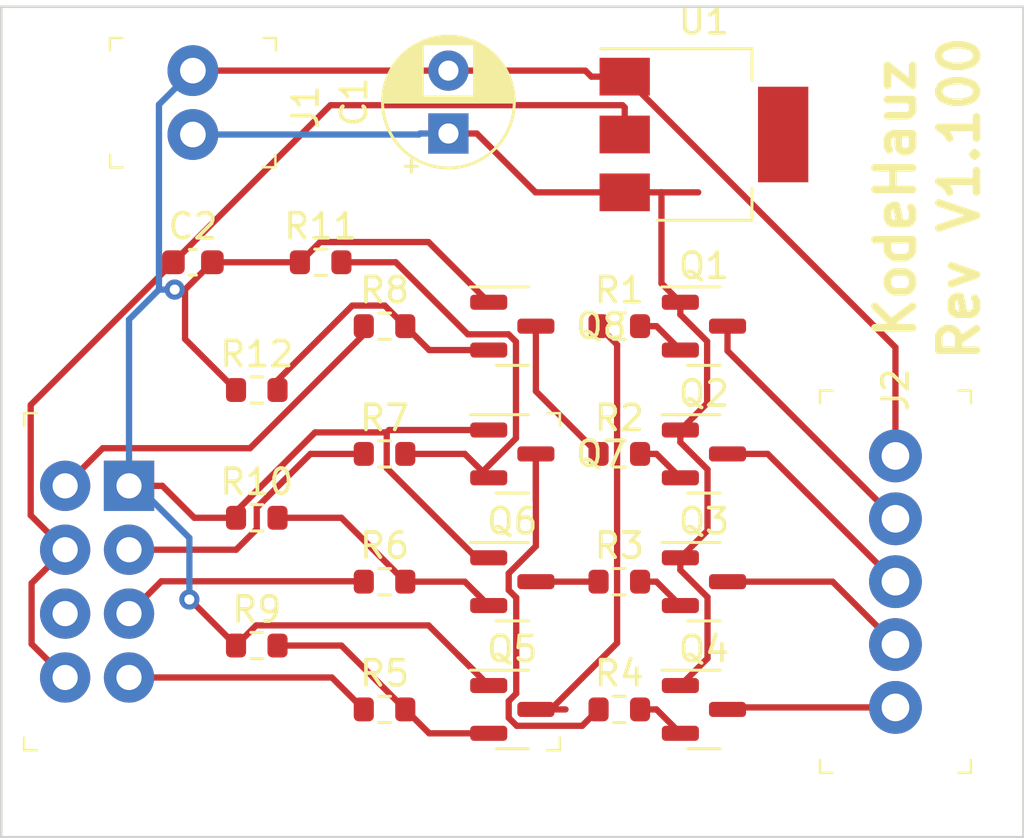
<source format=kicad_pcb>
(kicad_pcb (version 20211014) (generator pcbnew)
  (layers (0 "F.Cu" signal) (31 "B.Cu" signal) (34 "B.Paste" user) (35 "F.Paste" user) (36 "B.SilkS" user "B.Silkscreen") (37 "F.SilkS" user "F.Silkscreen") (38 "B.Mask" user) (39 "F.Mask" user) (44 "Edge.Cuts" user))
  (net 0 "")
  (net 1 "5v")
  (net 2 "GND")
  (net 3 "3.3v")
  (net 4 "OUT1")
  (net 5 "OUT2")
  (net 6 "OUT3")
  (net 7 "OUT4")
  (net 8 "RX")
  (net 10 "GPIO 0")
  (net 11 "GPIO 2")
  (net 12 "TX")
  (net 13 "Net-(Q1-Pad2)")
  (net 14 "Net-(Q2-Pad2)")
  (net 15 "Net-(Q3-Pad2)")
  (net 16 "Net-(Q4-Pad2)")
  (net 17 "Net-(Q5-Pad2)")
  (net 18 "IN1")
  (net 19 "Net-(Q6-Pad2)")
  (net 20 "IN3")
  (net 21 "Net-(Q7-Pad2)")
  (net 22 "IN4")
  (net 23 "Net-(Q8-Pad2)")
  (net 24 "IN2")
  (footprint "Package_TO_SOT_SMD:SOT-23" (layer "F.Cu") (at 177.8 93.98)
    (fp_text reference "Q2" (at 0 -2.4) (layer "F.SilkS"))
    (fp_text value "2N2907A" hide)
    (fp_line (start 0 1.56) (end 0.65 1.56) (layer "F.SilkS") (width 0.12))
    (fp_line (start 0 -1.56) (end 0.65 -1.56) (layer "F.SilkS") (width 0.12))
    (fp_line (start 0 -1.56) (end -1.675 -1.56) (layer "F.SilkS") (width 0.12))
    (fp_line (start 0 1.56) (end -0.65 1.56) (layer "F.SilkS") (width 0.12))
    (pad "1" smd roundrect (at -0.9375 -0.95) (size 1.475 0.6) (layers "F.Cu" "F.Paste" "F.Mask") (net 1 "5v"))
    (pad "2" smd roundrect (at -0.9375 0.95) (size 1.475 0.6) (layers "F.Cu" "F.Paste" "F.Mask") (net 14 "Net-(Q2-Pad2)"))
    (pad "3" smd roundrect (at 0.9375 0) (size 1.475 0.6) (layers "F.Cu" "F.Paste" "F.Mask") (net 5 "OUT2"))
  )
  (footprint "digikey-footprints:Wifi_Module_ESP8266_WRL-13678" (layer "F.Cu") (at 154.94 95.25 -90)
    (fp_text reference "MOD1" hide)
    (fp_text value "WRL-13678")
    (fp_line (start -2.89 -17.13) (end -2.89 -16.63) (layer "F.SilkS") (width 0.1))
    (fp_line (start -2.89 -17.13) (end -2.39 -17.13) (layer "F.SilkS") (width 0.1))
    (fp_line (start -2.89 4.17) (end -2.39 4.17) (layer "F.SilkS") (width 0.1))
    (fp_line (start 10.51 -17.13) (end 10.01 -17.13) (layer "F.SilkS") (width 0.1))
    (fp_line (start 10.51 4.17) (end 10.51 3.67) (layer "F.SilkS") (width 0.1))
    (fp_line (start 10.51 -17.13) (end 10.51 -16.63) (layer "F.SilkS") (width 0.1))
    (fp_line (start 10.51 4.17) (end 10.01 4.17) (layer "F.SilkS") (width 0.1))
    (fp_line (start -2.89 4.17) (end -2.89 3.67) (layer "F.SilkS") (width 0.1))
    (pad "1" thru_hole rect (at 0 0 90) (size 2 2) (drill 1) (layers *.Cu *.Mask) (net 2 "GND"))
    (pad "2" thru_hole circle (at 0 2.54 90) (size 2 2) (drill 1) (layers *.Cu *.Mask) (net 12 "TX"))
    (pad "3" thru_hole circle (at 2.54 0 90) (size 2 2) (drill 1) (layers *.Cu *.Mask) (net 11 "GPIO 2"))
    (pad "4" thru_hole circle (at 2.54 2.54 90) (size 2 2) (drill 1) (layers *.Cu *.Mask) (net 3 "3.3v"))
    (pad "5" thru_hole circle (at 5.08 0 90) (size 2 2) (drill 1) (layers *.Cu *.Mask) (net 10 "GPIO 0"))
    (pad "6" thru_hole circle (at 5.08 2.54 90) (size 2 2) (drill 1) (layers *.Cu *.Mask))
    (pad "7" thru_hole circle (at 7.62 0 90) (size 2 2) (drill 1) (layers *.Cu *.Mask) (net 8 "RX"))
    (pad "8" thru_hole circle (at 7.62 2.54 90) (size 2 2) (drill 1) (layers *.Cu *.Mask) (net 3 "3.3v"))
  )
  (footprint "Package_TO_SOT_SMD:SOT-23" (layer "F.Cu") (at 177.8 104.14)
    (fp_text reference "Q4" (at 0 -2.4) (layer "F.SilkS"))
    (fp_text value "2N2907A")
    (fp_line (start 0 -1.56) (end 0.65 -1.56) (layer "F.SilkS") (width 0.12))
    (fp_line (start 0 1.56) (end 0.65 1.56) (layer "F.SilkS") (width 0.12))
    (fp_line (start 0 -1.56) (end -1.675 -1.56) (layer "F.SilkS") (width 0.12))
    (fp_line (start 0 1.56) (end -0.65 1.56) (layer "F.SilkS") (width 0.12))
    (pad "1" smd roundrect (at -0.9375 -0.95) (size 1.475 0.6) (layers "F.Cu" "F.Paste" "F.Mask") (net 1 "5v"))
    (pad "2" smd roundrect (at -0.9375 0.95) (size 1.475 0.6) (layers "F.Cu" "F.Paste" "F.Mask") (net 16 "Net-(Q4-Pad2)"))
    (pad "3" smd roundrect (at 0.9375 0) (size 1.475 0.6) (layers "F.Cu" "F.Paste" "F.Mask") (net 7 "OUT4"))
  )
  (footprint "Package_TO_SOT_SMD:SOT-223" (layer "F.Cu") (at 177.8 81.28)
    (fp_text reference "U1" (at 0 -4.5) (layer "F.SilkS"))
    (fp_text value "AMS1117")
    (fp_line (start -4.1 -3.41) (end 1.91 -3.41) (layer "F.SilkS") (width 0.12))
    (fp_line (start 1.91 -3.41) (end 1.91 -2.15) (layer "F.SilkS") (width 0.12))
    (fp_line (start 1.91 3.41) (end 1.91 2.15) (layer "F.SilkS") (width 0.12))
    (fp_line (start -1.85 3.41) (end 1.91 3.41) (layer "F.SilkS") (width 0.12))
    (pad "1" smd rect (at -3.15 -2.3) (size 2 1.5) (layers "F.Cu" "F.Paste" "F.Mask") (net 2 "GND"))
    (pad "2" smd rect (at -3.15 0) (size 2 1.5) (layers "F.Cu" "F.Paste" "F.Mask") (net 3 "3.3v"))
    (pad "3" smd rect (at -3.15 2.3) (size 2 1.5) (layers "F.Cu" "F.Paste" "F.Mask") (net 1 "5v"))
    (pad "4" smd rect (at 3.15 0) (size 2 3.8) (layers "F.Cu" "F.Paste" "F.Mask"))
  )
  (footprint "digikey-footprints:PinHeader_1x2_P2.54mm_Drill1.02mm" (layer "F.Cu") (at 157.48 78.74 -90)
    (fp_text reference "J1" (at 1.45 -4.48 90) (layer "F.SilkS"))
    (fp_text value "22-23-2021" hide)
    (fp_line (start 3.85 3.29) (end 3.35 3.29) (layer "F.SilkS") (width 0.1))
    (fp_line (start -1.3 3.3) (end -1.3 2.8) (layer "F.SilkS") (width 0.1))
    (fp_line (start 3.84 -3.28) (end 3.84 -2.78) (layer "F.SilkS") (width 0.1))
    (fp_line (start -1.3 -3.3) (end -1.3 -2.8) (layer "F.SilkS") (width 0.1))
    (fp_line (start 3.84 -3.28) (end 3.34 -3.28) (layer "F.SilkS") (width 0.1))
    (fp_line (start -1.3 -3.3) (end -0.8 -3.3) (layer "F.SilkS") (width 0.1))
    (fp_line (start 3.85 3.29) (end 3.85 2.79) (layer "F.SilkS") (width 0.1))
    (fp_line (start -1.3 3.3) (end -0.8 3.3) (layer "F.SilkS") (width 0.1))
    (pad "1" thru_hole circle locked (at 0 0 270) (size 2.02 2.02) (drill 1.02) (layers *.Cu *.Mask) (net 2 "GND"))
    (pad "2" thru_hole circle locked (at 2.54 0 270) (size 2.02 2.02) (drill 1.02) (layers *.Cu *.Mask) (net 1 "5v"))
  )
  (footprint "Resistor_SMD:R_0603_1608Metric" (layer "F.Cu") (at 174.435 104.14)
    (fp_text reference "R4" (at 0 -1.43) (layer "F.SilkS"))
    (fp_text value "2k")
    (fp_line (start -0.237258 0.5225) (end 0.237258 0.5225) (layer "F.SilkS") (width 0.12))
    (fp_line (start -0.237258 -0.5225) (end 0.237258 -0.5225) (layer "F.SilkS") (width 0.12))
    (pad "1" smd roundrect (at -0.825 0) (size 0.8 0.95) (layers "F.Cu" "F.Paste" "F.Mask") (net 22 "IN4"))
    (pad "2" smd roundrect (at 0.825 0) (size 0.8 0.95) (layers "F.Cu" "F.Paste" "F.Mask") (net 16 "Net-(Q4-Pad2)"))
  )
  (footprint "Package_TO_SOT_SMD:SOT-23" (layer "F.Cu") (at 170.18 88.9)
    (fp_text reference "Q8" (at 3.54 0) (layer "F.SilkS"))
    (fp_text value "2N2222A" hide)
    (fp_line (start 0 1.56) (end -0.65 1.56) (layer "F.SilkS") (width 0.12))
    (fp_line (start 0 -1.56) (end -1.675 -1.56) (layer "F.SilkS") (width 0.12))
    (fp_line (start 0 1.56) (end 0.65 1.56) (layer "F.SilkS") (width 0.12))
    (fp_line (start 0 -1.56) (end 0.65 -1.56) (layer "F.SilkS") (width 0.12))
    (pad "1" smd roundrect (at -0.9375 -0.95) (size 1.475 0.6) (layers "F.Cu" "F.Paste" "F.Mask") (net 2 "GND"))
    (pad "2" smd roundrect (at -0.9375 0.95) (size 1.475 0.6) (layers "F.Cu" "F.Paste" "F.Mask") (net 23 "Net-(Q8-Pad2)"))
    (pad "3" smd roundrect (at 0.9375 0) (size 1.475 0.6) (layers "F.Cu" "F.Paste" "F.Mask") (net 24 "IN2"))
  )
  (footprint "Package_TO_SOT_SMD:SOT-23" (layer "F.Cu") (at 170.18 99.06)
    (fp_text reference "Q6" (at 0 -2.4) (layer "F.SilkS"))
    (fp_text value "2N2222A" hide)
    (fp_line (start 0 -1.56) (end 0.65 -1.56) (layer "F.SilkS") (width 0.12))
    (fp_line (start 0 1.56) (end -0.65 1.56) (layer "F.SilkS") (width 0.12))
    (fp_line (start 0 1.56) (end 0.65 1.56) (layer "F.SilkS") (width 0.12))
    (fp_line (start 0 -1.56) (end -1.675 -1.56) (layer "F.SilkS") (width 0.12))
    (pad "1" smd roundrect (at -0.9375 -0.95) (size 1.475 0.6) (layers "F.Cu" "F.Paste" "F.Mask") (net 2 "GND"))
    (pad "2" smd roundrect (at -0.9375 0.95) (size 1.475 0.6) (layers "F.Cu" "F.Paste" "F.Mask") (net 19 "Net-(Q6-Pad2)"))
    (pad "3" smd roundrect (at 0.9375 0) (size 1.475 0.6) (layers "F.Cu" "F.Paste" "F.Mask") (net 20 "IN3"))
  )
  (footprint "digikey-footprints:PinHeader_1x5_P2.5mm_Drill1.1mm" (layer "F.Cu") (at 185.415 94.06 -90)
    (fp_text reference "J2" (at -2.62 -0.005 90) (layer "F.SilkS"))
    (fp_text value "B5B-XH-A_LF__SN_")
    (fp_line (start 12.6 -3) (end 12.6 -2.5) (layer "F.SilkS") (width 0.1))
    (fp_line (start 12.6 3) (end 12.1 3) (layer "F.SilkS") (width 0.1))
    (fp_line (start -2.6 -3) (end -2.1 -3) (layer "F.SilkS") (width 0.1))
    (fp_line (start 12.6 -3) (end 12.1 -3) (layer "F.SilkS") (width 0.1))
    (fp_line (start -2.6 3) (end -2.6 2.5) (layer "F.SilkS") (width 0.1))
    (fp_line (start -2.6 3) (end -2.1 3) (layer "F.SilkS") (width 0.1))
    (fp_line (start 12.6 3) (end 12.6 2.5) (layer "F.SilkS") (width 0.1))
    (fp_line (start -2.6 -3) (end -2.6 -2.5) (layer "F.SilkS") (width 0.1))
    (pad "1" thru_hole circle locked (at 0 0 270) (size 2.1 2.1) (drill 1.1) (layers *.Cu *.Mask) (net 2 "GND"))
    (pad "2" thru_hole circle locked (at 2.5 0 270) (size 2.1 2.1) (drill 1.1) (layers *.Cu *.Mask) (net 4 "OUT1"))
    (pad "3" thru_hole circle locked (at 5 0 270) (size 2.1 2.1) (drill 1.1) (layers *.Cu *.Mask) (net 5 "OUT2"))
    (pad "4" thru_hole circle locked (at 7.5 0 270) (size 2.1 2.1) (drill 1.1) (layers *.Cu *.Mask) (net 6 "OUT3"))
    (pad "5" thru_hole circle locked (at 10 0 270) (size 2.1 2.1) (drill 1.1) (layers *.Cu *.Mask) (net 7 "OUT4"))
  )
  (footprint "Package_TO_SOT_SMD:SOT-23" (layer "F.Cu") (at 177.8 99.06)
    (fp_text reference "Q3" (at 0 -2.4) (layer "F.SilkS"))
    (fp_text value "2N2907A" hide)
    (fp_line (start 0 1.56) (end 0.65 1.56) (layer "F.SilkS") (width 0.12))
    (fp_line (start 0 -1.56) (end -1.675 -1.56) (layer "F.SilkS") (width 0.12))
    (fp_line (start 0 -1.56) (end 0.65 -1.56) (layer "F.SilkS") (width 0.12))
    (fp_line (start 0 1.56) (end -0.65 1.56) (layer "F.SilkS") (width 0.12))
    (pad "1" smd roundrect (at -0.9375 -0.95) (size 1.475 0.6) (layers "F.Cu" "F.Paste" "F.Mask") (net 1 "5v"))
    (pad "2" smd roundrect (at -0.9375 0.95) (size 1.475 0.6) (layers "F.Cu" "F.Paste" "F.Mask") (net 15 "Net-(Q3-Pad2)"))
    (pad "3" smd roundrect (at 0.9375 0) (size 1.475 0.6) (layers "F.Cu" "F.Paste" "F.Mask") (net 6 "OUT3"))
  )
  (footprint "Resistor_SMD:R_0603_1608Metric" (layer "F.Cu") (at 165.1 88.9)
    (fp_text reference "R8" (at 0 -1.43) (layer "F.SilkS"))
    (fp_text value "2k")
    (fp_line (start -0.237258 -0.5225) (end 0.237258 -0.5225) (layer "F.SilkS") (width 0.12))
    (fp_line (start -0.237258 0.5225) (end 0.237258 0.5225) (layer "F.SilkS") (width 0.12))
    (pad "1" smd roundrect (at -0.825 0) (size 0.8 0.95) (layers "F.Cu" "F.Paste" "F.Mask") (net 12 "TX"))
    (pad "2" smd roundrect (at 0.825 0) (size 0.8 0.95) (layers "F.Cu" "F.Paste" "F.Mask") (net 23 "Net-(Q8-Pad2)"))
  )
  (footprint "Package_TO_SOT_SMD:SOT-23" (layer "F.Cu") (at 170.18 104.14)
    (fp_text reference "Q5" (at 0 -2.4) (layer "F.SilkS"))
    (fp_text value "2N2222A")
    (fp_line (start 0 -1.56) (end -1.675 -1.56) (layer "F.SilkS") (width 0.12))
    (fp_line (start 0 1.56) (end -0.65 1.56) (layer "F.SilkS") (width 0.12))
    (fp_line (start 0 1.56) (end 0.65 1.56) (layer "F.SilkS") (width 0.12))
    (fp_line (start 0 -1.56) (end 0.65 -1.56) (layer "F.SilkS") (width 0.12))
    (pad "1" smd roundrect (at -0.9375 -0.95) (size 1.475 0.6) (layers "F.Cu" "F.Paste" "F.Mask") (net 2 "GND"))
    (pad "2" smd roundrect (at -0.9375 0.95) (size 1.475 0.6) (layers "F.Cu" "F.Paste" "F.Mask") (net 17 "Net-(Q5-Pad2)"))
    (pad "3" smd roundrect (at 0.9375 0) (size 1.475 0.6) (layers "F.Cu" "F.Paste" "F.Mask") (net 18 "IN1"))
  )
  (footprint "Resistor_SMD:R_0603_1608Metric" (layer "F.Cu") (at 165.1 99.06)
    (fp_text reference "R6" (at 0 -1.43) (layer "F.SilkS"))
    (fp_text value "2k")
    (fp_line (start -0.237258 0.5225) (end 0.237258 0.5225) (layer "F.SilkS") (width 0.12))
    (fp_line (start -0.237258 -0.5225) (end 0.237258 -0.5225) (layer "F.SilkS") (width 0.12))
    (pad "1" smd roundrect (at -0.825 0) (size 0.8 0.95) (layers "F.Cu" "F.Paste" "F.Mask") (net 10 "GPIO 0"))
    (pad "2" smd roundrect (at 0.825 0) (size 0.8 0.95) (layers "F.Cu" "F.Paste" "F.Mask") (net 19 "Net-(Q6-Pad2)"))
  )
  (footprint "Package_TO_SOT_SMD:SOT-23" (layer "F.Cu") (at 177.8 88.9)
    (fp_text reference "Q1" (at 0 -2.4) (layer "F.SilkS"))
    (fp_text value "2N2907A" hide)
    (fp_line (start 0 -1.56) (end 0.65 -1.56) (layer "F.SilkS") (width 0.12))
    (fp_line (start 0 1.56) (end -0.65 1.56) (layer "F.SilkS") (width 0.12))
    (fp_line (start 0 -1.56) (end -1.675 -1.56) (layer "F.SilkS") (width 0.12))
    (fp_line (start 0 1.56) (end 0.65 1.56) (layer "F.SilkS") (width 0.12))
    (pad "1" smd roundrect (at -0.9375 -0.95) (size 1.475 0.6) (layers "F.Cu" "F.Paste" "F.Mask") (net 1 "5v"))
    (pad "2" smd roundrect (at -0.9375 0.95) (size 1.475 0.6) (layers "F.Cu" "F.Paste" "F.Mask") (net 13 "Net-(Q1-Pad2)"))
    (pad "3" smd roundrect (at 0.9375 0) (size 1.475 0.6) (layers "F.Cu" "F.Paste" "F.Mask") (net 4 "OUT1"))
  )
  (footprint "Resistor_SMD:R_0603_1608Metric" (layer "F.Cu") (at 160.02 96.52)
    (fp_text reference "R10" (at 0 -1.43) (layer "F.SilkS"))
    (fp_text value "10k" hide)
    (fp_line (start -0.237258 -0.5225) (end 0.237258 -0.5225) (layer "F.SilkS") (width 0.12))
    (fp_line (start -0.237258 0.5225) (end 0.237258 0.5225) (layer "F.SilkS") (width 0.12))
    (pad "1" smd roundrect (at -0.825 0) (size 0.8 0.95) (layers "F.Cu" "F.Paste" "F.Mask") (net 2 "GND"))
    (pad "2" smd roundrect (at 0.825 0) (size 0.8 0.95) (layers "F.Cu" "F.Paste" "F.Mask") (net 19 "Net-(Q6-Pad2)"))
  )
  (footprint "Capacitor_THT:CP_Radial_D5.0mm_P2.50mm" (layer "F.Cu") (at 167.64 81.24 90)
    (fp_text reference "C1" (at 1.25 -3.75 90) (layer "F.SilkS"))
    (fp_text value "10uf, 20v")
    (fp_line (start 1.53 1.04) (end 1.53 2.565) (layer "F.SilkS") (width 0.12))
    (fp_line (start -1.554775 -1.475) (end -1.054775 -1.475) (layer "F.SilkS") (width 0.12))
    (fp_line (start 1.93 1.04) (end 1.93 2.491) (layer "F.SilkS") (width 0.12))
    (fp_line (start 1.49 1.04) (end 1.49 2.569) (layer "F.SilkS") (width 0.12))
    (fp_line (start 3.371 -1.5) (end 3.371 -1.04) (layer "F.SilkS") (width 0.12))
    (fp_line (start 2.331 1.04) (end 2.331 2.348) (layer "F.SilkS") (width 0.12))
    (fp_line (start 2.651 -2.175) (end 2.651 -1.04) (layer "F.SilkS") (width 0.12))
    (fp_line (start 3.491 -1.319) (end 3.491 -1.04) (layer "F.SilkS") (width 0.12))
    (fp_line (start 1.45 -2.573) (end 1.45 2.573) (layer "F.SilkS") (width 0.12))
    (fp_line (start 1.57 -2.561) (end 1.57 -1.04) (layer "F.SilkS") (width 0.12))
    (fp_line (start 2.091 -2.442) (end 2.091 -1.04) (layer "F.SilkS") (width 0.12))
    (fp_line (start 2.571 1.04) (end 2.571 2.224) (layer "F.SilkS") (width 0.12))
    (fp_line (start 2.811 1.04) (end 2.811 2.065) (layer "F.SilkS") (width 0.12))
    (fp_line (start 1.971 1.04) (end 1.971 2.48) (layer "F.SilkS") (width 0.12))
    (fp_line (start 2.571 -2.224) (end 2.571 -1.04) (layer "F.SilkS") (width 0.12))
    (fp_line (start 1.77 1.04) (end 1.77 2.528) (layer "F.SilkS") (width 0.12))
    (fp_line (start 1.73 1.04) (end 1.73 2.536) (layer "F.SilkS") (width 0.12))
    (fp_line (start 3.411 1.04) (end 3.411 1.443) (layer "F.SilkS") (width 0.12))
    (fp_line (start 2.811 -2.065) (end 2.811 -1.04) (layer "F.SilkS") (width 0.12))
    (fp_line (start 2.131 -2.428) (end 2.131 -1.04) (layer "F.SilkS") (width 0.12))
    (fp_line (start 2.051 -2.455) (end 2.051 -1.04) (layer "F.SilkS") (width 0.12))
    (fp_line (start 3.851 -0.284) (end 3.851 0.284) (layer "F.SilkS") (width 0.12))
    (fp_line (start 3.051 -1.864) (end 3.051 -1.04) (layer "F.SilkS") (width 0.12))
    (fp_line (start 3.411 -1.443) (end 3.411 -1.04) (layer "F.SilkS") (width 0.12))
    (fp_line (start 2.731 -2.122) (end 2.731 -1.04) (layer "F.SilkS") (width 0.12))
    (fp_line (start 1.65 1.04) (end 1.65 2.55) (layer "F.SilkS") (width 0.12))
    (fp_line (start 1.53 -2.565) (end 1.53 -1.04) (layer "F.SilkS") (width 0.12))
    (fp_line (start 2.011 1.04) (end 2.011 2.468) (layer "F.SilkS") (width 0.12))
    (fp_line (start 3.771 -0.677) (end 3.771 0.677) (layer "F.SilkS") (width 0.12))
    (fp_line (start 2.451 1.04) (end 2.451 2.29) (layer "F.SilkS") (width 0.12))
    (fp_line (start 3.371 1.04) (end 3.371 1.5) (layer "F.SilkS") (width 0.12))
    (fp_line (start 2.411 -2.31) (end 2.411 -1.04) (layer "F.SilkS") (width 0.12))
    (fp_line (start 2.731 1.04) (end 2.731 2.122) (layer "F.SilkS") (width 0.12))
    (fp_line (start 3.531 -1.251) (end 3.531 -1.04) (layer "F.SilkS") (width 0.12))
    (fp_line (start 3.571 -1.178) (end 3.571 1.178) (layer "F.SilkS") (width 0.12))
    (fp_line (start 2.771 -2.095) (end 2.771 -1.04) (layer "F.SilkS") (width 0.12))
    (fp_line (start 3.331 1.04) (end 3.331 1.554) (layer "F.SilkS") (width 0.12))
    (fp_line (start 1.89 1.04) (end 1.89 2.501) (layer "F.SilkS") (width 0.12))
    (fp_line (start 3.291 1.04) (end 3.291 1.605) (layer "F.SilkS") (width 0.12))
    (fp_line (start 3.091 -1.826) (end 3.091 -1.04) (layer "F.SilkS") (width 0.12))
    (fp_line (start 2.891 1.04) (end 2.891 2.004) (layer "F.SilkS") (width 0.12))
    (fp_line (start 1.93 -2.491) (end 1.93 -1.04) (layer "F.SilkS") (width 0.12))
    (fp_line (start 3.491 1.04) (end 3.491 1.319) (layer "F.SilkS") (width 0.12))
    (fp_line (start 3.451 1.04) (end 3.451 1.383) (layer "F.SilkS") (width 0.12))
    (fp_line (start 2.211 -2.398) (end 2.211 -1.04) (layer "F.SilkS") (width 0.12))
    (fp_line (start 3.611 -1.098) (end 3.611 1.098) (layer "F.SilkS") (width 0.12))
    (fp_line (start 2.291 -2.365) (end 2.291 -1.04) (layer "F.SilkS") (width 0.12))
    (fp_line (start 1.37 -2.578) (end 1.37 2.578) (layer "F.SilkS") (width 0.12))
    (fp_line (start 2.611 -2.2) (end 2.611 -1.04) (layer "F.SilkS") (width 0.12))
    (fp_line (start 1.81 1.04) (end 1.81 2.52) (layer "F.SilkS") (width 0.12))
    (fp_line (start 1.29 -2.58) (end 1.29 2.58) (layer "F.SilkS") (width 0.12))
    (fp_line (start 1.25 -2.58) (end 1.25 2.58) (layer "F.SilkS") (width 0.12))
    (fp_line (start 1.85 -2.511) (end 1.85 -1.04) (layer "F.SilkS") (width 0.12))
    (fp_line (start 3.291 -1.605) (end 3.291 -1.04) (layer "F.SilkS") (width 0.12))
    (fp_line (start 1.57 1.04) (end 1.57 2.561) (layer "F.SilkS") (width 0.12))
    (fp_line (start 3.251 1.04) (end 3.251 1.653) (layer "F.SilkS") (width 0.12))
    (fp_line (start 2.491 -2.268) (end 2.491 -1.04) (layer "F.SilkS") (width 0.12))
    (fp_line (start 3.691 -0.915) (end 3.691 0.915) (layer "F.SilkS") (width 0.12))
    (fp_line (start 3.531 1.04) (end 3.531 1.251) (layer "F.SilkS") (width 0.12))
    (fp_line (start 2.651 1.04) (end 2.651 2.175) (layer "F.SilkS") (width 0.12))
    (fp_line (start 2.371 -2.329) (end 2.371 -1.04) (layer "F.SilkS") (width 0.12))
    (fp_line (start 1.971 -2.48) (end 1.971 -1.04) (layer "F.SilkS") (width 0.12))
    (fp_line (start 1.69 1.04) (end 1.69 2.543) (layer "F.SilkS") (width 0.12))
    (fp_line (start 1.33 -2.579) (end 1.33 2.579) (layer "F.SilkS") (width 0.12))
    (fp_line (start 2.011 -2.468) (end 2.011 -1.04) (layer "F.SilkS") (width 0.12))
    (fp_line (start 1.89 -2.501) (end 1.89 -1.04) (layer "F.SilkS") (width 0.12))
    (fp_line (start 2.251 1.04) (end 2.251 2.382) (layer "F.SilkS") (width 0.12))
    (fp_line (start 2.931 -1.971) (end 2.931 -1.04) (layer "F.SilkS") (width 0.12))
    (fp_line (start 1.49 -2.569) (end 1.49 -1.04) (layer "F.SilkS") (width 0.12))
    (fp_line (start 2.331 -2.348) (end 2.331 -1.04) (layer "F.SilkS") (width 0.12))
    (fp_line (start 3.251 -1.653) (end 3.251 -1.04) (layer "F.SilkS") (width 0.12))
    (fp_line (start 2.531 1.04) (end 2.531 2.247) (layer "F.SilkS") (width 0.12))
    (fp_line (start 1.61 -2.556) (end 1.61 -1.04) (layer "F.SilkS") (width 0.12))
    (fp_line (start 3.171 -1.743) (end 3.171 -1.04) (layer "F.SilkS") (width 0.12))
    (fp_line (start 1.69 -2.543) (end 1.69 -1.04) (layer "F.SilkS") (width 0.12))
    (fp_line (start 2.291 1.04) (end 2.291 2.365) (layer "F.SilkS") (width 0.12))
    (fp_line (start 2.971 -1.937) (end 2.971 -1.04) (layer "F.SilkS") (width 0.12))
    (fp_line (start 1.73 -2.536) (end 1.73 -1.04) (layer "F.SilkS") (width 0.12))
    (fp_line (start -1.304775 -1.725) (end -1.304775 -1.225) (layer "F.SilkS") (width 0.12))
    (fp_line (start 2.611 1.04) (end 2.611 2.2) (layer "F.SilkS") (width 0.12))
    (fp_line (start 2.211 1.04) (end 2.211 2.398) (layer "F.SilkS") (width 0.12))
    (fp_line (start 1.61 1.04) (end 1.61 2.556) (layer "F.SilkS") (width 0.12))
    (fp_line (start 1.85 1.04) (end 1.85 2.511) (layer "F.SilkS") (width 0.12))
    (fp_line (start 2.691 -2.149) (end 2.691 -1.04) (layer "F.SilkS") (width 0.12))
    (fp_line (start 2.491 1.04) (end 2.491 2.268) (layer "F.SilkS") (width 0.12))
    (fp_line (start 1.81 -2.52) (end 1.81 -1.04) (layer "F.SilkS") (width 0.12))
    (fp_line (start 2.091 1.04) (end 2.091 2.442) (layer "F.SilkS") (width 0.12))
    (fp_line (start 2.851 -2.035) (end 2.851 -1.04) (layer "F.SilkS") (width 0.12))
    (fp_line (start 1.65 -2.55) (end 1.65 -1.04) (layer "F.SilkS") (width 0.12))
    (fp_line (start 3.091 1.04) (end 3.091 1.826) (layer "F.SilkS") (width 0.12))
    (fp_line (start 3.171 1.04) (end 3.171 1.743) (layer "F.SilkS") (width 0.12))
    (fp_line (start 3.451 -1.383) (end 3.451 -1.04) (layer "F.SilkS") (width 0.12))
    (fp_line (start 2.131 1.04) (end 2.131 2.428) (layer "F.SilkS") (width 0.12))
    (fp_line (start 1.77 -2.528) (end 1.77 -1.04) (layer "F.SilkS") (width 0.12))
    (fp_line (start 3.131 1.04) (end 3.131 1.785) (layer "F.SilkS") (width 0.12))
    (fp_line (start 3.811 -0.518) (end 3.811 0.518) (layer "F.SilkS") (width 0.12))
    (fp_line (start 2.531 -2.247) (end 2.531 -1.04) (layer "F.SilkS") (width 0.12))
    (fp_line (start 2.931 1.04) (end 2.931 1.971) (layer "F.SilkS") (width 0.12))
    (fp_line (start 2.891 -2.004) (end 2.891 -1.04) (layer "F.SilkS") (width 0.12))
    (fp_line (start 2.691 1.04) (end 2.691 2.149) (layer "F.SilkS") (width 0.12))
    (fp_line (start 3.211 1.04) (end 3.211 1.699) (layer "F.SilkS") (width 0.12))
    (fp_line (start 2.411 1.04) (end 2.411 2.31) (layer "F.SilkS") (width 0.12))
    (fp_line (start 2.451 -2.29) (end 2.451 -1.04) (layer "F.SilkS") (width 0.12))
    (fp_line (start 2.771 1.04) (end 2.771 2.095) (layer "F.SilkS") (width 0.12))
    (fp_line (start 2.051 1.04) (end 2.051 2.455) (layer "F.SilkS") (width 0.12))
    (fp_line (start 2.971 1.04) (end 2.971 1.937) (layer "F.SilkS") (width 0.12))
    (fp_line (start 3.331 -1.554) (end 3.331 -1.04) (layer "F.SilkS") (width 0.12))
    (fp_line (start 2.251 -2.382) (end 2.251 -1.04) (layer "F.SilkS") (width 0.12))
    (fp_line (start 3.211 -1.699) (end 3.211 -1.04) (layer "F.SilkS") (width 0.12))
    (fp_line (start 2.171 1.04) (end 2.171 2.414) (layer "F.SilkS") (width 0.12))
    (fp_line (start 2.371 1.04) (end 2.371 2.329) (layer "F.SilkS") (width 0.12))
    (fp_line (start 3.131 -1.785) (end 3.131 -1.04) (layer "F.SilkS") (width 0.12))
    (fp_line (start 2.171 -2.414) (end 2.171 -1.04) (layer "F.SilkS") (width 0.12))
    (fp_line (start 3.011 1.04) (end 3.011 1.901) (layer "F.SilkS") (width 0.12))
    (fp_line (start 3.651 -1.011) (end 3.651 1.011) (layer "F.SilkS") (width 0.12))
    (fp_line (start 1.41 -2.576) (end 1.41 2.576) (layer "F.SilkS") (width 0.12))
    (fp_line (start 3.051 1.04) (end 3.051 1.864) (layer "F.SilkS") (width 0.12))
    (fp_line (start 3.011 -1.901) (end 3.011 -1.04) (layer "F.SilkS") (width 0.12))
    (fp_line (start 3.731 -0.805) (end 3.731 0.805) (layer "F.SilkS") (width 0.12))
    (fp_line (start 2.851 1.04) (end 2.851 2.035) (layer "F.SilkS") (width 0.12))
    (fp_circle (center 1.25 0) (end 3.87 0) (layer "F.SilkS") (width 0.12) (fill none))
    (pad "1" thru_hole rect (at 0 0 90) (size 1.6 1.6) (drill 0.8) (layers *.Cu *.Mask) (net 1 "5v"))
    (pad "2" thru_hole circle (at 2.5 0 90) (size 1.6 1.6) (drill 0.8) (layers *.Cu *.Mask) (net 2 "GND"))
  )
  (footprint "Resistor_SMD:R_0603_1608Metric" (layer "F.Cu") (at 174.435 93.98)
    (fp_text reference "R2" (at 0 -1.43) (layer "F.SilkS"))
    (fp_text value "2k" hide)
    (fp_line (start -0.237258 0.5225) (end 0.237258 0.5225) (layer "F.SilkS") (width 0.12))
    (fp_line (start -0.237258 -0.5225) (end 0.237258 -0.5225) (layer "F.SilkS") (width 0.12))
    (pad "1" smd roundrect (at -0.825 0) (size 0.8 0.95) (layers "F.Cu" "F.Paste" "F.Mask") (net 24 "IN2"))
    (pad "2" smd roundrect (at 0.825 0) (size 0.8 0.95) (layers "F.Cu" "F.Paste" "F.Mask") (net 14 "Net-(Q2-Pad2)"))
  )
  (footprint "Capacitor_SMD:C_0603_1608Metric" (layer "F.Cu") (at 157.48 86.36)
    (fp_text reference "C2" (at 0 -1.43) (layer "F.SilkS"))
    (fp_text value "100nf")
    (fp_line (start -0.14058 0.51) (end 0.14058 0.51) (layer "F.SilkS") (width 0.12))
    (fp_line (start -0.14058 -0.51) (end 0.14058 -0.51) (layer "F.SilkS") (width 0.12))
    (pad "1" smd roundrect (at -0.775 0) (size 0.9 0.95) (layers "F.Cu" "F.Paste" "F.Mask") (net 3 "3.3v"))
    (pad "2" smd roundrect (at 0.775 0) (size 0.9 0.95) (layers "F.Cu" "F.Paste" "F.Mask") (net 2 "GND"))
  )
  (footprint "Resistor_SMD:R_0603_1608Metric" (layer "F.Cu") (at 174.435 99.06)
    (fp_text reference "R3" (at 0 -1.43) (layer "F.SilkS"))
    (fp_text value "2k" hide)
    (fp_line (start -0.237258 -0.5225) (end 0.237258 -0.5225) (layer "F.SilkS") (width 0.12))
    (fp_line (start -0.237258 0.5225) (end 0.237258 0.5225) (layer "F.SilkS") (width 0.12))
    (pad "1" smd roundrect (at -0.825 0) (size 0.8 0.95) (layers "F.Cu" "F.Paste" "F.Mask") (net 20 "IN3"))
    (pad "2" smd roundrect (at 0.825 0) (size 0.8 0.95) (layers "F.Cu" "F.Paste" "F.Mask") (net 15 "Net-(Q3-Pad2)"))
  )
  (footprint "Resistor_SMD:R_0603_1608Metric" (layer "F.Cu") (at 174.435 88.9)
    (fp_text reference "R1" (at 0 -1.43) (layer "F.SilkS"))
    (fp_text value "2k" hide)
    (fp_line (start -0.237258 0.5225) (end 0.237258 0.5225) (layer "F.SilkS") (width 0.12))
    (fp_line (start -0.237258 -0.5225) (end 0.237258 -0.5225) (layer "F.SilkS") (width 0.12))
    (pad "1" smd roundrect (at -0.825 0) (size 0.8 0.95) (layers "F.Cu" "F.Paste" "F.Mask") (net 18 "IN1"))
    (pad "2" smd roundrect (at 0.825 0) (size 0.8 0.95) (layers "F.Cu" "F.Paste" "F.Mask") (net 13 "Net-(Q1-Pad2)"))
  )
  (footprint "Resistor_SMD:R_0603_1608Metric" (layer "F.Cu") (at 160.02 91.44)
    (fp_text reference "R12" (at 0 -1.43) (layer "F.SilkS"))
    (fp_text value "10k")
    (fp_line (start -0.237258 0.5225) (end 0.237258 0.5225) (layer "F.SilkS") (width 0.12))
    (fp_line (start -0.237258 -0.5225) (end 0.237258 -0.5225) (layer "F.SilkS") (width 0.12))
    (pad "1" smd roundrect (at -0.825 0) (size 0.8 0.95) (layers "F.Cu" "F.Paste" "F.Mask") (net 2 "GND"))
    (pad "2" smd roundrect (at 0.825 0) (size 0.8 0.95) (layers "F.Cu" "F.Paste" "F.Mask") (net 23 "Net-(Q8-Pad2)"))
  )
  (footprint "Resistor_SMD:R_0603_1608Metric" (layer "F.Cu") (at 165.1 104.14)
    (fp_text reference "R5" (at 0 -1.43) (layer "F.SilkS"))
    (fp_text value "2k")
    (fp_line (start -0.237258 -0.5225) (end 0.237258 -0.5225) (layer "F.SilkS") (width 0.12))
    (fp_line (start -0.237258 0.5225) (end 0.237258 0.5225) (layer "F.SilkS") (width 0.12))
    (pad "1" smd roundrect (at -0.825 0) (size 0.8 0.95) (layers "F.Cu" "F.Paste" "F.Mask") (net 8 "RX"))
    (pad "2" smd roundrect (at 0.825 0) (size 0.8 0.95) (layers "F.Cu" "F.Paste" "F.Mask") (net 17 "Net-(Q5-Pad2)"))
  )
  (footprint "Package_TO_SOT_SMD:SOT-23" (layer "F.Cu") (at 170.18 93.98)
    (fp_text reference "Q7" (at 3.54 0) (layer "F.SilkS"))
    (fp_text value "2N2222A" hide)
    (fp_line (start 0 1.56) (end -0.65 1.56) (layer "F.SilkS") (width 0.12))
    (fp_line (start 0 -1.56) (end -1.675 -1.56) (layer "F.SilkS") (width 0.12))
    (fp_line (start 0 1.56) (end 0.65 1.56) (layer "F.SilkS") (width 0.12))
    (fp_line (start 0 -1.56) (end 0.65 -1.56) (layer "F.SilkS") (width 0.12))
    (pad "1" smd roundrect (at -0.9375 -0.95) (size 1.475 0.6) (layers "F.Cu" "F.Paste" "F.Mask") (net 2 "GND"))
    (pad "2" smd roundrect (at -0.9375 0.95) (size 1.475 0.6) (layers "F.Cu" "F.Paste" "F.Mask") (net 21 "Net-(Q7-Pad2)"))
    (pad "3" smd roundrect (at 0.9375 0) (size 1.475 0.6) (layers "F.Cu" "F.Paste" "F.Mask") (net 22 "IN4"))
  )
  (footprint "Resistor_SMD:R_0603_1608Metric" (layer "F.Cu") (at 162.56 86.36)
    (fp_text reference "R11" (at 0 -1.43) (layer "F.SilkS"))
    (fp_text value "10k")
    (fp_line (start -0.237258 -0.5225) (end 0.237258 -0.5225) (layer "F.SilkS") (width 0.12))
    (fp_line (start -0.237258 0.5225) (end 0.237258 0.5225) (layer "F.SilkS") (width 0.12))
    (pad "1" smd roundrect (at -0.825 0) (size 0.8 0.95) (layers "F.Cu" "F.Paste" "F.Mask") (net 2 "GND"))
    (pad "2" smd roundrect (at 0.825 0) (size 0.8 0.95) (layers "F.Cu" "F.Paste" "F.Mask") (net 21 "Net-(Q7-Pad2)"))
  )
  (footprint "Resistor_SMD:R_0603_1608Metric" (layer "F.Cu") (at 165.1 93.98)
    (fp_text reference "R7" (at 0 -1.43) (layer "F.SilkS"))
    (fp_text value "2k")
    (fp_line (start -0.237258 -0.5225) (end 0.237258 -0.5225) (layer "F.SilkS") (width 0.12))
    (fp_line (start -0.237258 0.5225) (end 0.237258 0.5225) (layer "F.SilkS") (width 0.12))
    (pad "1" smd roundrect (at -0.825 0) (size 0.8 0.95) (layers "F.Cu" "F.Paste" "F.Mask") (net 11 "GPIO 2"))
    (pad "2" smd roundrect (at 0.825 0) (size 0.8 0.95) (layers "F.Cu" "F.Paste" "F.Mask") (net 21 "Net-(Q7-Pad2)"))
  )
  (footprint "Resistor_SMD:R_0603_1608Metric" (layer "F.Cu") (at 160.02 101.6)
    (fp_text reference "R9" (at 0 -1.43) (layer "F.SilkS"))
    (fp_text value "10k")
    (fp_line (start -0.237258 -0.5225) (end 0.237258 -0.5225) (layer "F.SilkS") (width 0.12))
    (fp_line (start -0.237258 0.5225) (end 0.237258 0.5225) (layer "F.SilkS") (width 0.12))
    (pad "1" smd roundrect (at -0.825 0) (size 0.8 0.95) (layers "F.Cu" "F.Paste" "F.Mask") (net 2 "GND"))
    (pad "2" smd roundrect (at 0.825 0) (size 0.8 0.95) (layers "F.Cu" "F.Paste" "F.Mask") (net 17 "Net-(Q5-Pad2)"))
  )
  (gr_line (start 149.86 109.22) (end 149.86 76.2) (layer "Edge.Cuts") (width 0.1))
  (gr_line (start 149.86 76.2) (end 190.5 76.2) (layer "Edge.Cuts") (width 0.1))
  (gr_line (start 190.5 109.22) (end 149.86 109.22) (layer "Edge.Cuts") (width 0.1))
  (gr_line (start 190.5 76.2) (end 190.5 109.22) (layer "Edge.Cuts") (width 0.1))
  (gr_text "KodeHauz" (at 185.42 83.82 90) (layer "F.SilkS") (effects (font (size 1.5 1.5) (thickness 0.3))))
  (gr_text "Rev V1.100" (at 187.96 83.82 90) (layer "F.SilkS") (effects (font (size 1.5 1.5) (thickness 0.3))))
  (segment (start 176.8625 98.5975) (end 176.8625 98.11) (width 0.25) (layer "F.Cu") (net 1))
  (segment (start 176.8625 88.4394) (end 177.9259 89.5028) (width 0.25) (layer "F.Cu") (net 1))
  (segment (start 174.65 83.58) (end 176.111 83.58) (width 0.25) (layer "F.Cu") (net 1))
  (segment (start 177.9427 97.0298) (end 176.8625 98.11) (width 0.25) (layer "F.Cu") (net 1))
  (segment (start 171.105 83.58) (end 174.65 83.58) (width 0.25) (layer "F.Cu") (net 1))
  (segment (start 176.8625 103.19) (end 177.9427 102.1098) (width 0.25) (layer "F.Cu") (net 1))
  (segment (start 167.64 81.24) (end 168.765 81.24) (width 0.25) (layer "F.Cu") (net 1))
  (segment (start 176.111 87.1985) (end 176.111 83.58) (width 0.25) (layer "F.Cu") (net 1))
  (segment (start 176.111 83.58) (end 177.572 83.58) (width 0.25) (layer "F.Cu") (net 1))
  (segment (start 176.8625 87.95) (end 176.8625 88.4394) (width 0.25) (layer "F.Cu") (net 1))
  (segment (start 177.9259 91.9666) (end 176.8625 93.03) (width 0.25) (layer "F.Cu") (net 1))
  (segment (start 176.8625 93.5175) (end 177.9427 94.5977) (width 0.25) (layer "F.Cu") (net 1))
  (segment (start 177.9427 99.6777) (end 176.8625 98.5975) (width 0.25) (layer "F.Cu") (net 1))
  (segment (start 176.8625 87.95) (end 176.111 87.1985) (width 0.25) (layer "F.Cu") (net 1))
  (segment (start 177.9427 102.1098) (end 177.9427 99.6777) (width 0.25) (layer "F.Cu") (net 1))
  (segment (start 177.9427 94.5977) (end 177.9427 97.0298) (width 0.25) (layer "F.Cu") (net 1))
  (segment (start 177.9259 89.5028) (end 177.9259 91.9666) (width 0.25) (layer "F.Cu") (net 1))
  (segment (start 168.765 81.24) (end 171.105 83.58) (width 0.25) (layer "F.Cu") (net 1))
  (segment (start 176.8625 93.03) (end 176.8625 93.5175) (width 0.25) (layer "F.Cu") (net 1))
  (segment (start 166.475 81.28) (end 157.48 81.28) (width 0.25) (layer "B.Cu") (net 1))
  (segment (start 167.64 81.24) (end 166.515 81.24) (width 0.25) (layer "B.Cu") (net 1))
  (segment (start 166.515 81.24) (end 166.475 81.28) (width 0.25) (layer "B.Cu") (net 1))
  (segment (start 162.539 85.5563) (end 166.849 85.5563) (width 0.25) (layer "F.Cu") (net 2))
  (segment (start 168.0465 101.9945) (end 168.047 101.9945) (width 0.25) (layer "F.Cu") (net 2))
  (segment (start 156.265 95.25) (end 154.94 95.25) (width 0.25) (layer "F.Cu") (net 2))
  (segment (start 159.195 96.267) (end 162.337 93.1246) (width 0.25) (layer "F.Cu") (net 2))
  (segment (start 157.34 99.7697) (end 157.365 99.7697) (width 0.25) (layer "F.Cu") (net 2))
  (segment (start 156.756 87.4465) (end 157.168 87.4465) (width 0.25) (layer "F.Cu") (net 2))
  (segment (start 161.735 86.36) (end 162.539 85.5563) (width 0.25) (layer "F.Cu") (net 2))
  (segment (start 168.754 98.11) (end 169.242 98.11) (width 0.25) (layer "F.Cu") (net 2))
  (segment (start 165.187 94.543) (end 168.754 98.11) (width 0.25) (layer "F.Cu") (net 2))
  (segment (start 174.65 78.98) (end 173.325 78.98) (width 0.25) (layer "F.Cu") (net 2))
  (segment (start 157.365 99.7697) (end 159.195 101.6) (width 0.25) (layer "F.Cu") (net 2))
  (segment (start 185.415 94.06) (end 185.415 89.745) (width 0.25) (layer "F.Cu") (net 2))
  (segment (start 159.195 96.52) (end 157.535 96.52) (width 0.25) (layer "F.Cu") (net 2))
  (segment (start 185.415 89.745) (end 174.65 78.98) (width 0.25) (layer "F.Cu") (net 2))
  (segment (start 169.242 98.11) (end 169.2425 98.11) (width 0.25) (layer "F.Cu") (net 2))
  (segment (start 168.0465 101.9945) (end 166.851 100.799) (width 0.25) (layer "F.Cu") (net 2))
  (segment (start 165.187 93.1246) (end 165.187 94.543) (width 0.25) (layer "F.Cu") (net 2))
  (segment (start 169.242 93.03) (end 169.2425 93.03) (width 0.25) (layer "F.Cu") (net 2))
  (segment (start 165.282 93.03) (end 169.242 93.03) (width 0.25) (layer "F.Cu") (net 2))
  (segment (start 173.325 78.98) (end 173.085 78.74) (width 0.25) (layer "F.Cu") (net 2))
  (segment (start 157.535 96.52) (end 156.265 95.25) (width 0.25) (layer "F.Cu") (net 2))
  (segment (start 166.849 85.5563) (end 169.242 87.95) (width 0.25) (layer "F.Cu") (net 2))
  (segment (start 158.255 86.36) (end 161.735 86.36) (width 0.25) (layer "F.Cu") (net 2))
  (segment (start 159.996 100.799) (end 159.195 101.6) (width 0.25) (layer "F.Cu") (net 2))
  (segment (start 166.851 100.799) (end 159.996 100.799) (width 0.25) (layer "F.Cu") (net 2))
  (segment (start 159.195 96.52) (end 159.195 96.267) (width 0.25) (layer "F.Cu") (net 2))
  (segment (start 169.242 103.19) (end 168.0465 101.9945) (width 0.25) (layer "F.Cu") (net 2))
  (segment (start 169.2425 87.95) (end 169.242 87.95) (width 0.25) (layer "F.Cu") (net 2))
  (segment (start 167.64 78.74) (end 157.48 78.74) (width 0.25) (layer "F.Cu") (net 2))
  (segment (start 162.337 93.1246) (end 165.187 93.1246) (width 0.25) (layer "F.Cu") (net 2))
  (segment (start 157.168 89.4135) (end 159.195 91.44) (width 0.25) (layer "F.Cu") (net 2))
  (segment (start 157.168 87.4465) (end 157.168 89.4135) (width 0.25) (layer "F.Cu") (net 2))
  (segment (start 165.187 93.1246) (end 165.282 93.03) (width 0.25) (layer "F.Cu") (net 2))
  (segment (start 157.168 87.4465) (end 158.255 86.36) (width 0.25) (layer "F.Cu") (net 2))
  (segment (start 168.047 101.9945) (end 169.2425 103.19) (width 0.25) (layer "F.Cu") (net 2))
  (segment (start 173.085 78.74) (end 167.64 78.74) (width 0.25) (layer "F.Cu") (net 2))
  (via (at 156.756 87.4465) (size 0.8) (drill 0.4) (layers "F.Cu" "B.Cu") (net 2))
  (via (at 157.34 99.7697) (size 0.8) (drill 0.4) (layers "F.Cu" "B.Cu") (net 2))
  (segment (start 154.94 94.9186) (end 154.94 88.6371) (width 0.25) (layer "B.Cu") (net 2))
  (segment (start 154.94 88.6371) (end 156.131 87.4465) (width 0.25) (layer "B.Cu") (net 2))
  (segment (start 156.131 87.4465) (end 156.131 80.0894) (width 0.25) (layer "B.Cu") (net 2))
  (segment (start 154.94 94.9186) (end 157.34 97.3189) (width 0.25) (layer "B.Cu") (net 2))
  (segment (start 154.94 95.25) (end 154.94 94.9186) (width 0.25) (layer "B.Cu") (net 2))
  (segment (start 156.131 87.4465) (end 156.756 87.4465) (width 0.25) (layer "B.Cu") (net 2))
  (segment (start 157.34 97.3189) (end 157.34 99.7697) (width 0.25) (layer "B.Cu") (net 2))
  (segment (start 156.131 80.0894) (end 157.48 78.74) (width 0.25) (layer "B.Cu") (net 2))
  (segment (start 174.56 80.1146) (end 162.95 80.1146) (width 0.25) (layer "F.Cu") (net 3))
  (segment (start 151.031 96.4214) (end 152.4 97.79) (width 0.25) (layer "F.Cu") (net 3))
  (segment (start 152.4 97.79) (end 151.066 99.1245) (width 0.25) (layer "F.Cu") (net 3))
  (segment (start 174.65 81.28) (end 174.65 80.2047) (width 0.25) (layer "F.Cu") (net 3))
  (segment (start 151.031 92.0336) (end 151.031 96.4214) (width 0.25) (layer "F.Cu") (net 3))
  (segment (start 174.65 80.2047) (end 174.56 80.1146) (width 0.25) (layer "F.Cu") (net 3))
  (segment (start 162.95 80.1146) (end 156.705 86.36) (width 0.25) (layer "F.Cu") (net 3))
  (segment (start 151.066 101.536) (end 152.4 102.87) (width 0.25) (layer "F.Cu") (net 3))
  (segment (start 151.066 99.1245) (end 151.066 101.536) (width 0.25) (layer "F.Cu") (net 3))
  (segment (start 156.705 86.36) (end 151.031 92.0336) (width 0.25) (layer "F.Cu") (net 3))
  (segment (start 178.7375 89.8825) (end 185.415 96.56) (width 0.25) (layer "F.Cu") (net 4))
  (segment (start 178.7375 88.9) (end 178.7375 89.8825) (width 0.25) (layer "F.Cu") (net 4))
  (segment (start 180.335 93.98) (end 178.7375 93.98) (width 0.25) (layer "F.Cu") (net 5))
  (segment (start 185.415 99.06) (end 180.335 93.98) (width 0.25) (layer "F.Cu") (net 5))
  (segment (start 178.7375 99.06) (end 182.915 99.06) (width 0.25) (layer "F.Cu") (net 6))
  (segment (start 182.915 99.06) (end 185.415 101.56) (width 0.25) (layer "F.Cu") (net 6))
  (segment (start 185.415 104.06) (end 178.8175 104.06) (width 0.25) (layer "F.Cu") (net 7))
  (segment (start 178.8175 104.06) (end 178.7375 104.14) (width 0.25) (layer "F.Cu") (net 7))
  (segment (start 163.005 102.87) (end 154.94 102.87) (width 0.25) (layer "F.Cu") (net 8))
  (segment (start 164.275 104.14) (end 163.005 102.87) (width 0.25) (layer "F.Cu") (net 8))
  (segment (start 164.259 99.0444) (end 156.226 99.0444) (width 0.25) (layer "F.Cu") (net 10))
  (segment (start 156.226 99.0444) (end 154.94 100.33) (width 0.25) (layer "F.Cu") (net 10))
  (segment (start 164.275 99.06) (end 164.259 99.0444) (width 0.25) (layer "F.Cu") (net 10))
  (segment (start 160.02 96.969) (end 159.199 97.79) (width 0.25) (layer "F.Cu") (net 11))
  (segment (start 159.199 97.79) (end 154.94 97.79) (width 0.25) (layer "F.Cu") (net 11))
  (segment (start 160.02 96.112) (end 160.02 96.969) (width 0.25) (layer "F.Cu") (net 11))
  (segment (start 162.152 93.98) (end 160.02 96.112) (width 0.25) (layer "F.Cu") (net 11))
  (segment (start 164.275 93.98) (end 162.152 93.98) (width 0.25) (layer "F.Cu") (net 11))
  (segment (start 164.275 89.2302) (end 159.751 93.7539) (width 0.25) (layer "F.Cu") (net 12))
  (segment (start 153.896 93.7539) (end 152.4 95.25) (width 0.25) (layer "F.Cu") (net 12))
  (segment (start 159.751 93.7539) (end 153.896 93.7539) (width 0.25) (layer "F.Cu") (net 12))
  (segment (start 164.275 88.9) (end 164.275 89.2302) (width 0.25) (layer "F.Cu") (net 12))
  (segment (start 175.26 88.9) (end 175.9125 88.9) (width 0.25) (layer "F.Cu") (net 13))
  (segment (start 175.9125 88.9) (end 176.8625 89.85) (width 0.25) (layer "F.Cu") (net 13))
  (segment (start 175.9125 93.98) (end 176.8625 94.93) (width 0.25) (layer "F.Cu") (net 14))
  (segment (start 175.26 93.98) (end 175.9125 93.98) (width 0.25) (layer "F.Cu") (net 14))
  (segment (start 175.26 99.06) (end 175.9125 99.06) (width 0.25) (layer "F.Cu") (net 15))
  (segment (start 175.9125 99.06) (end 176.8625 100.01) (width 0.25) (layer "F.Cu") (net 15))
  (segment (start 175.26 104.14) (end 175.9125 104.14) (width 0.25) (layer "F.Cu") (net 16))
  (segment (start 175.9125 104.14) (end 176.8625 105.09) (width 0.25) (layer "F.Cu") (net 16))
  (segment (start 165.925 104.14) (end 163.385 101.6) (width 0.25) (layer "F.Cu") (net 17))
  (segment (start 169.242 105.09) (end 166.875 105.09) (width 0.25) (layer "F.Cu") (net 17))
  (segment (start 166.875 105.09) (end 165.925 104.14) (width 0.25) (layer "F.Cu") (net 17))
  (segment (start 169.242 105.09) (end 169.2425 105.09) (width 0.25) (layer "F.Cu") (net 17))
  (segment (start 163.385 101.6) (end 160.845 101.6) (width 0.25) (layer "F.Cu") (net 17))
  (segment (start 171.707 104.14) (end 174.3465 101.5005) (width 0.25) (layer "F.Cu") (net 18))
  (segment (start 171.118 104.14) (end 171.1175 104.14) (width 0.25) (layer "F.Cu") (net 18))
  (segment (start 174.3465 89.6365) (end 173.61 88.9) (width 0.25) (layer "F.Cu") (net 18))
  (segment (start 171.707 104.14) (end 172.296 104.14) (width 0.25) (layer "F.Cu") (net 18))
  (segment (start 171.118 104.14) (end 171.707 104.14) (width 0.25) (layer "F.Cu") (net 18))
  (segment (start 174.3465 101.5005) (end 174.3465 89.6365) (width 0.25) (layer "F.Cu") (net 18))
  (segment (start 169.242 100.01) (end 168.767 99.535) (width 0.25) (layer "F.Cu") (net 19))
  (segment (start 168.767 99.535) (end 168.7675 99.535) (width 0.25) (layer "F.Cu") (net 19))
  (segment (start 168.292 99.06) (end 165.925 99.06) (width 0.25) (layer "F.Cu") (net 19))
  (segment (start 163.385 96.52) (end 160.845 96.52) (width 0.25) (layer "F.Cu") (net 19))
  (segment (start 168.7675 99.535) (end 169.2425 100.01) (width 0.25) (layer "F.Cu") (net 19))
  (segment (start 165.925 99.06) (end 163.385 96.52) (width 0.25) (layer "F.Cu") (net 19))
  (segment (start 168.767 99.535) (end 168.292 99.06) (width 0.25) (layer "F.Cu") (net 19))
  (segment (start 173.61 99.06) (end 171.1175 99.06) (width 0.25) (layer "F.Cu") (net 20))
  (segment (start 170.326 89.5215) (end 170.326 93.3585) (width 0.25) (layer "F.Cu") (net 21))
  (segment (start 163.385 86.36) (end 165.546 86.36) (width 0.25) (layer "F.Cu") (net 21))
  (segment (start 169.1206 94.8081) (end 169.2425 94.93) (width 0.25) (layer "F.Cu") (net 21))
  (segment (start 169.242 94.93) (end 169.1205 94.8081) (width 0.25) (layer "F.Cu") (net 21))
  (segment (start 168.999 94.6862) (end 168.292 93.98) (width 0.25) (layer "F.Cu") (net 21))
  (segment (start 169.1205 94.8081) (end 169.1206 94.8081) (width 0.25) (layer "F.Cu") (net 21))
  (segment (start 170.029 89.224) (end 170.326 89.5215) (width 0.25) (layer "F.Cu") (net 21))
  (segment (start 168.41 89.224) (end 170.029 89.224) (width 0.25) (layer "F.Cu") (net 21))
  (segment (start 170.326 93.3585) (end 168.999 94.6862) (width 0.25) (layer "F.Cu") (net 21))
  (segment (start 169.1205 94.8081) (end 168.999 94.6862) (width 0.25) (layer "F.Cu") (net 21))
  (segment (start 165.546 86.36) (end 168.41 89.224) (width 0.25) (layer "F.Cu") (net 21))
  (segment (start 168.292 93.98) (end 165.925 93.98) (width 0.25) (layer "F.Cu") (net 21))
  (segment (start 171.118 93.98) (end 171.118 95.8137) (width 0.25) (layer "F.Cu") (net 22))
  (segment (start 170.336 103.508) (end 170.037 103.808) (width 0.25) (layer "F.Cu") (net 22))
  (segment (start 170.356 104.791) (end 172.959 104.791) (width 0.25) (layer "F.Cu") (net 22))
  (segment (start 172.959 104.791) (end 173.61 104.14) (width 0.25) (layer "F.Cu") (net 22))
  (segment (start 170.336 99.6915) (end 170.336 103.508) (width 0.25) (layer "F.Cu") (net 22))
  (segment (start 171.1175 95.8132) (end 171.1175 93.98) (width 0.25) (layer "F.Cu") (net 22))
  (segment (start 171.118 95.8137) (end 171.1175 95.8132) (width 0.25) (layer "F.Cu") (net 22))
  (segment (start 170.037 99.3923) (end 170.336 99.6915) (width 0.25) (layer "F.Cu") (net 22))
  (segment (start 171.118 95.8137) (end 171.118 97.6475) (width 0.25) (layer "F.Cu") (net 22))
  (segment (start 170.037 98.7277) (end 170.037 99.3923) (width 0.25) (layer "F.Cu") (net 22))
  (segment (start 171.118 97.6475) (end 170.037 98.7277) (width 0.25) (layer "F.Cu") (net 22))
  (segment (start 170.037 104.472) (end 170.356 104.791) (width 0.25) (layer "F.Cu") (net 22))
  (segment (start 170.037 103.808) (end 170.037 104.472) (width 0.25) (layer "F.Cu") (net 22))
  (segment (start 160.845 91.0552) (end 160.845 91.44) (width 0.25) (layer "F.Cu") (net 23))
  (segment (start 165.107 88.0819) (end 163.818 88.0819) (width 0.25) (layer "F.Cu") (net 23))
  (segment (start 169.242 89.85) (end 166.875 89.85) (width 0.25) (layer "F.Cu") (net 23))
  (segment (start 166.875 89.85) (end 165.925 88.9) (width 0.25) (layer "F.Cu") (net 23))
  (segment (start 169.242 89.85) (end 169.2425 89.85) (width 0.25) (layer "F.Cu") (net 23))
  (segment (start 163.818 88.0819) (end 160.845 91.0552) (width 0.25) (layer "F.Cu") (net 23))
  (segment (start 165.925 88.9) (end 165.107 88.0819) (width 0.25) (layer "F.Cu") (net 23))
  (segment (start 171.118 88.9) (end 171.118 88.9237) (width 0.25) (layer "F.Cu") (net 24))
  (segment (start 173.61 93.98) (end 171.118 91.488) (width 0.25) (layer "F.Cu") (net 24))
  (segment (start 171.118 88.9237) (end 171.118 88.9475) (width 0.25) (layer "F.Cu") (net 24))
  (segment (start 171.118 88.9237) (end 171.1175 88.9232) (width 0.25) (layer "F.Cu") (net 24))
  (segment (start 171.118 91.488) (end 171.118 88.9475) (width 0.25) (layer "F.Cu") (net 24))
  (segment (start 171.1175 88.9232) (end 171.1175 88.9) (width 0.25) (layer "F.Cu") (net 24))
)
</source>
